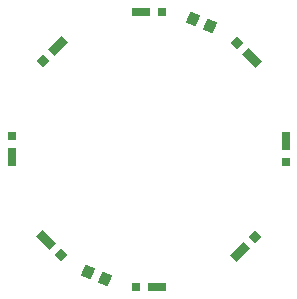
<source format=gtp>
G04*
G04 #@! TF.GenerationSoftware,Altium Limited,Altium Designer,22.2.1 (43)*
G04*
G04 Layer_Color=8421504*
%FSLAX25Y25*%
%MOIN*%
G70*
G04*
G04 #@! TF.SameCoordinates,70B15B9A-0B0E-40B4-BC6F-C93E4DF4F8A9*
G04*
G04*
G04 #@! TF.FilePolarity,Positive*
G04*
G01*
G75*
G04:AMPARAMS|DCode=15|XSize=35.43mil|YSize=39.37mil|CornerRadius=0mil|HoleSize=0mil|Usage=FLASHONLY|Rotation=157.500|XOffset=0mil|YOffset=0mil|HoleType=Round|Shape=Rectangle|*
%AMROTATEDRECTD15*
4,1,4,0.02390,0.01141,0.00884,-0.02497,-0.02390,-0.01141,-0.00884,0.02497,0.02390,0.01141,0.0*
%
%ADD15ROTATEDRECTD15*%

G04:AMPARAMS|DCode=22|XSize=35.43mil|YSize=39.37mil|CornerRadius=0mil|HoleSize=0mil|Usage=FLASHONLY|Rotation=157.500|XOffset=0mil|YOffset=0mil|HoleType=Round|Shape=Rectangle|*
%AMROTATEDRECTD22*
4,1,4,0.02390,0.01141,0.00884,-0.02497,-0.02390,-0.01141,-0.00884,0.02497,0.02390,0.01141,0.0*
%
%ADD22ROTATEDRECTD22*%

%ADD27P,0.04454X4X360.0*%
G04:AMPARAMS|DCode=28|XSize=62.99mil|YSize=31.5mil|CornerRadius=0mil|HoleSize=0mil|Usage=FLASHONLY|Rotation=314.979|XOffset=0mil|YOffset=0mil|HoleType=Round|Shape=Rectangle|*
%AMROTATEDRECTD28*
4,1,4,-0.03340,0.01115,-0.01112,0.03341,0.03340,-0.01115,0.01112,-0.03341,-0.03340,0.01115,0.0*
%
%ADD28ROTATEDRECTD28*%

%ADD29R,0.03150X0.03150*%
%ADD30R,0.06299X0.03150*%
%ADD31P,0.04454X4X90.0*%
G04:AMPARAMS|DCode=32|XSize=62.99mil|YSize=31.5mil|CornerRadius=0mil|HoleSize=0mil|Usage=FLASHONLY|Rotation=44.979|XOffset=0mil|YOffset=0mil|HoleType=Round|Shape=Rectangle|*
%AMROTATEDRECTD32*
4,1,4,-0.01115,-0.03340,-0.03341,-0.01112,0.01115,0.03340,0.03341,0.01112,-0.01115,-0.03340,0.0*
%
%ADD32ROTATEDRECTD32*%

%ADD33R,0.03150X0.03150*%
%ADD34R,0.03150X0.06299*%
D15*
X99127Y119728D02*
D03*
X93307Y122138D02*
D03*
D22*
X64173Y35342D02*
D03*
X58353Y37753D02*
D03*
D27*
X107972Y114097D02*
D03*
X49506Y43382D02*
D03*
D28*
X112981Y109084D02*
D03*
X44500Y48398D02*
D03*
D29*
X83071Y124409D02*
D03*
X74410Y32677D02*
D03*
D30*
X75984Y124409D02*
D03*
X81496Y32677D02*
D03*
D31*
X43384Y107972D02*
D03*
X114095Y49509D02*
D03*
D32*
X48397Y112981D02*
D03*
X109084Y44498D02*
D03*
D33*
X33071Y83071D02*
D03*
X124409Y74410D02*
D03*
D34*
X33071Y75984D02*
D03*
X124409Y81496D02*
D03*
M02*

</source>
